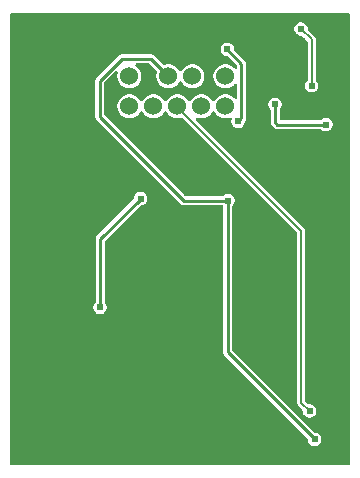
<source format=gbl>
G04 #@! TF.GenerationSoftware,KiCad,Pcbnew,9.0.1*
G04 #@! TF.CreationDate,2025-04-29T17:01:15-07:00*
G04 #@! TF.ProjectId,3bp v2.1,33627020-7632-42e3-912e-6b696361645f,rev?*
G04 #@! TF.SameCoordinates,Original*
G04 #@! TF.FileFunction,Copper,L2,Bot*
G04 #@! TF.FilePolarity,Positive*
%FSLAX46Y46*%
G04 Gerber Fmt 4.6, Leading zero omitted, Abs format (unit mm)*
G04 Created by KiCad (PCBNEW 9.0.1) date 2025-04-29 17:01:15*
%MOMM*%
%LPD*%
G01*
G04 APERTURE LIST*
G04 #@! TA.AperFunction,ComponentPad*
%ADD10C,1.524000*%
G04 #@! TD*
G04 #@! TA.AperFunction,ComponentPad*
%ADD11C,3.048000*%
G04 #@! TD*
G04 #@! TA.AperFunction,ViaPad*
%ADD12C,0.620000*%
G04 #@! TD*
G04 #@! TA.AperFunction,Conductor*
%ADD13C,0.254000*%
G04 #@! TD*
G04 #@! TA.AperFunction,Conductor*
%ADD14C,0.250000*%
G04 #@! TD*
G04 #@! TA.AperFunction,Conductor*
%ADD15C,0.178000*%
G04 #@! TD*
G04 #@! TA.AperFunction,Conductor*
%ADD16C,0.200000*%
G04 #@! TD*
G04 APERTURE END LIST*
D10*
G04 #@! TO.P,CON1,1*
G04 #@! TO.N,B-OUT*
X139949000Y-86969000D03*
G04 #@! TO.P,CON1,2*
G04 #@! TO.N,+5V*
X137917000Y-86969000D03*
G04 #@! TO.P,CON1,3*
G04 #@! TO.N,G-OUT*
X142743000Y-86969000D03*
G04 #@! TO.P,CON1,4*
G04 #@! TO.N,SYNC-75*
X140711000Y-89509000D03*
G04 #@! TO.P,CON1,5*
G04 #@! TO.N,SYNC-OUT*
X138679000Y-89509000D03*
G04 #@! TO.P,CON1,6*
G04 #@! TO.N,SM*
X134615000Y-86969000D03*
G04 #@! TO.P,CON1,7*
G04 #@! TO.N,R-OUT*
X142743000Y-89509000D03*
G04 #@! TO.P,CON1,8*
G04 #@! TO.N,SL*
X136647000Y-89509000D03*
G04 #@! TO.P,CON1,9*
G04 #@! TO.N,SR*
X134615000Y-89509000D03*
D11*
G04 #@! TO.P,CON1,10*
G04 #@! TO.N,GND*
X131440000Y-84175000D03*
X138679000Y-83413000D03*
X145918000Y-84175000D03*
G04 #@! TD*
D12*
G04 #@! TO.N,GND*
X148100000Y-87800000D03*
X150200000Y-82000000D03*
X149200000Y-84000000D03*
X147500000Y-86400000D03*
X125200000Y-83700000D03*
X146500000Y-108200000D03*
X140600000Y-108500000D03*
X149100000Y-98200000D03*
X151100000Y-101200000D03*
X145219772Y-101293652D03*
X147100000Y-101200000D03*
X129000000Y-94100000D03*
X124900000Y-99600000D03*
X129700000Y-96600000D03*
G04 #@! TO.N,SYNC-75*
X142900000Y-84700000D03*
X143800000Y-90800000D03*
G04 #@! TO.N,LPF*
X146947000Y-89360000D03*
G04 #@! TO.N,GND*
X146159000Y-104584000D03*
X133955000Y-112026000D03*
X152154000Y-92290000D03*
X137900000Y-112000000D03*
X150084000Y-104609000D03*
X147849000Y-111975000D03*
X152052000Y-104609000D03*
X145270000Y-117792000D03*
X134666000Y-117754000D03*
X148141000Y-104609000D03*
X131072000Y-117754000D03*
X133117000Y-107899000D03*
X141702000Y-117817000D03*
X148636000Y-117741000D03*
X128379000Y-105371000D03*
X129992000Y-112115000D03*
X140559000Y-96608000D03*
X140343000Y-101333000D03*
X127084000Y-100901000D03*
X138400000Y-118000000D03*
X126900000Y-112000000D03*
X134374000Y-101650000D03*
X127706000Y-117779000D03*
X142000000Y-112000000D03*
X146047000Y-88460000D03*
G04 #@! TO.N,+5V*
X135555000Y-97332000D03*
X150300000Y-117716000D03*
X132126000Y-106540000D03*
X142946000Y-97497000D03*
G04 #@! TO.N,SYNC-OUT*
X149868000Y-115328000D03*
G04 #@! TO.N,LPF*
X151247000Y-91060000D03*
G04 #@! TO.N,B-OUT*
X149147000Y-82960000D03*
X150047000Y-87770502D03*
G04 #@! TO.N,GND*
X145290321Y-111602026D03*
G04 #@! TD*
D13*
G04 #@! TO.N,+5V*
X132100000Y-87350000D02*
X133950000Y-85500000D01*
X132100000Y-90400000D02*
X132100000Y-87350000D01*
X136448000Y-85500000D02*
X137917000Y-86969000D01*
X142946000Y-97497000D02*
X139197000Y-97497000D01*
X139197000Y-97497000D02*
X132100000Y-90400000D01*
X133950000Y-85500000D02*
X136448000Y-85500000D01*
D14*
G04 #@! TO.N,SYNC-75*
X142900000Y-84700000D02*
X144100000Y-85900000D01*
X144100000Y-85900000D02*
X144100000Y-90500000D01*
X144100000Y-90500000D02*
X143800000Y-90800000D01*
D13*
G04 #@! TO.N,+5V*
X142946000Y-110362000D02*
X142946000Y-97497000D01*
X150300000Y-117716000D02*
X142946000Y-110362000D01*
X132126000Y-100761000D02*
X132126000Y-106540000D01*
X135555000Y-97332000D02*
X132126000Y-100761000D01*
D15*
G04 #@! TO.N,SYNC-OUT*
X149868000Y-115328000D02*
X149157000Y-114617000D01*
X149157000Y-100063000D02*
X138679000Y-89585000D01*
X149157000Y-114617000D02*
X149157000Y-100063000D01*
X138679000Y-89585000D02*
X138679000Y-89509000D01*
D16*
G04 #@! TO.N,B-OUT*
X150047000Y-87770502D02*
X150047000Y-83860000D01*
X150047000Y-83860000D02*
X149147000Y-82960000D01*
D14*
G04 #@! TO.N,LPF*
X146947000Y-89360000D02*
X146947000Y-90860000D01*
X146947000Y-90860000D02*
X147147000Y-91060000D01*
X147147000Y-91060000D02*
X151247000Y-91060000D01*
G04 #@! TD*
G04 #@! TA.AperFunction,Conductor*
G04 #@! TO.N,GND*
G36*
X153212621Y-81642502D02*
G01*
X153259114Y-81696158D01*
X153270500Y-81748500D01*
X153270500Y-119773500D01*
X153250498Y-119841621D01*
X153196842Y-119888114D01*
X153144500Y-119899500D01*
X124632500Y-119899500D01*
X124564379Y-119879498D01*
X124517886Y-119825842D01*
X124506500Y-119773500D01*
X124506500Y-106614316D01*
X131561499Y-106614316D01*
X131599969Y-106757886D01*
X131599972Y-106757893D01*
X131674285Y-106886607D01*
X131674293Y-106886617D01*
X131779382Y-106991706D01*
X131779387Y-106991710D01*
X131779389Y-106991712D01*
X131908111Y-107066030D01*
X132051682Y-107104500D01*
X132051684Y-107104500D01*
X132200316Y-107104500D01*
X132200318Y-107104500D01*
X132343889Y-107066030D01*
X132472611Y-106991712D01*
X132577712Y-106886611D01*
X132652030Y-106757889D01*
X132690500Y-106614318D01*
X132690500Y-106465682D01*
X132652030Y-106322111D01*
X132577712Y-106193389D01*
X132577710Y-106193387D01*
X132577706Y-106193382D01*
X132544405Y-106160081D01*
X132510379Y-106097769D01*
X132507500Y-106070986D01*
X132507500Y-100971212D01*
X132527502Y-100903091D01*
X132544405Y-100882117D01*
X135493117Y-97933405D01*
X135555429Y-97899379D01*
X135582212Y-97896500D01*
X135629316Y-97896500D01*
X135629318Y-97896500D01*
X135772889Y-97858030D01*
X135901611Y-97783712D01*
X136006712Y-97678611D01*
X136081030Y-97549889D01*
X136119500Y-97406318D01*
X136119500Y-97257682D01*
X136081030Y-97114111D01*
X136041298Y-97045293D01*
X136006714Y-96985392D01*
X136006706Y-96985382D01*
X135901617Y-96880293D01*
X135901607Y-96880285D01*
X135772893Y-96805972D01*
X135772890Y-96805971D01*
X135772889Y-96805970D01*
X135772887Y-96805969D01*
X135772886Y-96805969D01*
X135734417Y-96795661D01*
X135629318Y-96767500D01*
X135480682Y-96767500D01*
X135403744Y-96788115D01*
X135337113Y-96805969D01*
X135337106Y-96805972D01*
X135208392Y-96880285D01*
X135208382Y-96880293D01*
X135103293Y-96985382D01*
X135103285Y-96985392D01*
X135028972Y-97114106D01*
X135028969Y-97114113D01*
X134990500Y-97257683D01*
X134990500Y-97304786D01*
X134970498Y-97372907D01*
X134953595Y-97393881D01*
X131874030Y-100473445D01*
X131874028Y-100473448D01*
X131820729Y-100526746D01*
X131820721Y-100526756D01*
X131770500Y-100613741D01*
X131744500Y-100710776D01*
X131744500Y-106070986D01*
X131724498Y-106139107D01*
X131707595Y-106160081D01*
X131674293Y-106193382D01*
X131674285Y-106193392D01*
X131599972Y-106322106D01*
X131599969Y-106322113D01*
X131561500Y-106465683D01*
X131561500Y-106614316D01*
X131561499Y-106614316D01*
X124506500Y-106614316D01*
X124506500Y-90450223D01*
X131718499Y-90450223D01*
X131744498Y-90547252D01*
X131744501Y-90547259D01*
X131764624Y-90582112D01*
X131764625Y-90582113D01*
X131794723Y-90634245D01*
X131794727Y-90634251D01*
X138962746Y-97802270D01*
X138962751Y-97802274D01*
X138962753Y-97802276D01*
X139049747Y-97852502D01*
X139146775Y-97878501D01*
X139146777Y-97878501D01*
X139254943Y-97878501D01*
X139254959Y-97878500D01*
X142438500Y-97878500D01*
X142506621Y-97898502D01*
X142553114Y-97952158D01*
X142564500Y-98004500D01*
X142564500Y-110412223D01*
X142564499Y-110412223D01*
X142590500Y-110509258D01*
X142640721Y-110596243D01*
X142640729Y-110596253D01*
X149698595Y-117654117D01*
X149732621Y-117716429D01*
X149735500Y-117743212D01*
X149735500Y-117790316D01*
X149735499Y-117790316D01*
X149773969Y-117933886D01*
X149773972Y-117933893D01*
X149848285Y-118062607D01*
X149848293Y-118062617D01*
X149953382Y-118167706D01*
X149953387Y-118167710D01*
X149953389Y-118167712D01*
X150082111Y-118242030D01*
X150225682Y-118280500D01*
X150225684Y-118280500D01*
X150374316Y-118280500D01*
X150374318Y-118280500D01*
X150517889Y-118242030D01*
X150646611Y-118167712D01*
X150751712Y-118062611D01*
X150826030Y-117933889D01*
X150864500Y-117790318D01*
X150864500Y-117641682D01*
X150826030Y-117498111D01*
X150751712Y-117369389D01*
X150751710Y-117369387D01*
X150751706Y-117369382D01*
X150646617Y-117264293D01*
X150646607Y-117264285D01*
X150517893Y-117189972D01*
X150517890Y-117189971D01*
X150517889Y-117189970D01*
X150517887Y-117189969D01*
X150517886Y-117189969D01*
X150479417Y-117179661D01*
X150374318Y-117151500D01*
X150374316Y-117151500D01*
X150327212Y-117151500D01*
X150259091Y-117131498D01*
X150238117Y-117114595D01*
X143364405Y-110240882D01*
X143330379Y-110178570D01*
X143327500Y-110151787D01*
X143327500Y-97966013D01*
X143347502Y-97897892D01*
X143364401Y-97876921D01*
X143397712Y-97843611D01*
X143472030Y-97714889D01*
X143510500Y-97571318D01*
X143510500Y-97422682D01*
X143472030Y-97279111D01*
X143397712Y-97150389D01*
X143397710Y-97150387D01*
X143397706Y-97150382D01*
X143292617Y-97045293D01*
X143292607Y-97045285D01*
X143163893Y-96970972D01*
X143163890Y-96970971D01*
X143163889Y-96970970D01*
X143163887Y-96970969D01*
X143163886Y-96970969D01*
X143125417Y-96960661D01*
X143020318Y-96932500D01*
X142871682Y-96932500D01*
X142794744Y-96953115D01*
X142728113Y-96970969D01*
X142728106Y-96970972D01*
X142599392Y-97045285D01*
X142599387Y-97045289D01*
X142582735Y-97061941D01*
X142566081Y-97078595D01*
X142503772Y-97112620D01*
X142476987Y-97115500D01*
X139407213Y-97115500D01*
X139339092Y-97095498D01*
X139318118Y-97078595D01*
X132518405Y-90278882D01*
X132484379Y-90216570D01*
X132481500Y-90189787D01*
X132481500Y-89408880D01*
X133598500Y-89408880D01*
X133598500Y-89609119D01*
X133617892Y-89706607D01*
X133637564Y-89805502D01*
X133714190Y-89990493D01*
X133718009Y-89996208D01*
X133825434Y-90156982D01*
X133825439Y-90156988D01*
X133967011Y-90298560D01*
X133967017Y-90298565D01*
X133967019Y-90298567D01*
X134133507Y-90409810D01*
X134318498Y-90486436D01*
X134514884Y-90525500D01*
X134715116Y-90525500D01*
X134911502Y-90486436D01*
X135096493Y-90409810D01*
X135262981Y-90298567D01*
X135404567Y-90156981D01*
X135515810Y-89990493D01*
X135515811Y-89990488D01*
X135518729Y-89985032D01*
X135520571Y-89986017D01*
X135559131Y-89938160D01*
X135626492Y-89915734D01*
X135695285Y-89933286D01*
X135743668Y-89985244D01*
X135745331Y-89988886D01*
X135746189Y-89990492D01*
X135857434Y-90156982D01*
X135857439Y-90156988D01*
X135999011Y-90298560D01*
X135999017Y-90298565D01*
X135999019Y-90298567D01*
X136165507Y-90409810D01*
X136350498Y-90486436D01*
X136546884Y-90525500D01*
X136747116Y-90525500D01*
X136943502Y-90486436D01*
X137128493Y-90409810D01*
X137294981Y-90298567D01*
X137436567Y-90156981D01*
X137547810Y-89990493D01*
X137547811Y-89990488D01*
X137550729Y-89985032D01*
X137552571Y-89986017D01*
X137591131Y-89938160D01*
X137658492Y-89915734D01*
X137727285Y-89933286D01*
X137775668Y-89985244D01*
X137777331Y-89988886D01*
X137778189Y-89990492D01*
X137889434Y-90156982D01*
X137889439Y-90156988D01*
X138031011Y-90298560D01*
X138031017Y-90298565D01*
X138031019Y-90298567D01*
X138197507Y-90409810D01*
X138382498Y-90486436D01*
X138578884Y-90525500D01*
X138779116Y-90525500D01*
X138975502Y-90486436D01*
X138981972Y-90483756D01*
X139052561Y-90476166D01*
X139116049Y-90507944D01*
X139119286Y-90511069D01*
X148776595Y-100168377D01*
X148810621Y-100230689D01*
X148813500Y-100257472D01*
X148813500Y-114571778D01*
X148813500Y-114662222D01*
X148829106Y-114720464D01*
X148836909Y-114749587D01*
X148844942Y-114763500D01*
X148882131Y-114827914D01*
X149266596Y-115212379D01*
X149300620Y-115274690D01*
X149303500Y-115301473D01*
X149303500Y-115402316D01*
X149303499Y-115402316D01*
X149341969Y-115545886D01*
X149341972Y-115545893D01*
X149416285Y-115674607D01*
X149416293Y-115674617D01*
X149521382Y-115779706D01*
X149521387Y-115779710D01*
X149521389Y-115779712D01*
X149650111Y-115854030D01*
X149793682Y-115892500D01*
X149793684Y-115892500D01*
X149942316Y-115892500D01*
X149942318Y-115892500D01*
X150085889Y-115854030D01*
X150214611Y-115779712D01*
X150319712Y-115674611D01*
X150394030Y-115545889D01*
X150432500Y-115402318D01*
X150432500Y-115253682D01*
X150394030Y-115110111D01*
X150319712Y-114981389D01*
X150319710Y-114981387D01*
X150319706Y-114981382D01*
X150214617Y-114876293D01*
X150214607Y-114876285D01*
X150085893Y-114801972D01*
X150085890Y-114801971D01*
X150085889Y-114801970D01*
X150085887Y-114801969D01*
X150085886Y-114801969D01*
X150047417Y-114791661D01*
X149942318Y-114763500D01*
X149841473Y-114763500D01*
X149773352Y-114743498D01*
X149752378Y-114726595D01*
X149537405Y-114511622D01*
X149503379Y-114449310D01*
X149500500Y-114422527D01*
X149500500Y-100017778D01*
X149500500Y-100017777D01*
X149477091Y-99930414D01*
X149431868Y-99852086D01*
X149367914Y-99788132D01*
X140267860Y-90688077D01*
X140233834Y-90625765D01*
X140238899Y-90554950D01*
X140281446Y-90498114D01*
X140347966Y-90473303D01*
X140405176Y-90482574D01*
X140414498Y-90486436D01*
X140610884Y-90525500D01*
X140811116Y-90525500D01*
X141007502Y-90486436D01*
X141192493Y-90409810D01*
X141358981Y-90298567D01*
X141500567Y-90156981D01*
X141611810Y-89990493D01*
X141611811Y-89990488D01*
X141614729Y-89985032D01*
X141616571Y-89986017D01*
X141655131Y-89938160D01*
X141722492Y-89915734D01*
X141791285Y-89933286D01*
X141839668Y-89985244D01*
X141841331Y-89988886D01*
X141842189Y-89990492D01*
X141953434Y-90156982D01*
X141953439Y-90156988D01*
X142095011Y-90298560D01*
X142095017Y-90298565D01*
X142095019Y-90298567D01*
X142261507Y-90409810D01*
X142446498Y-90486436D01*
X142642884Y-90525500D01*
X142843116Y-90525500D01*
X143039502Y-90486436D01*
X143039508Y-90486433D01*
X143039510Y-90486433D01*
X143096024Y-90463024D01*
X143166614Y-90455434D01*
X143230101Y-90487213D01*
X143266329Y-90548271D01*
X143265950Y-90612041D01*
X143238796Y-90713382D01*
X143235500Y-90725683D01*
X143235500Y-90874316D01*
X143235499Y-90874316D01*
X143273969Y-91017886D01*
X143273972Y-91017893D01*
X143348285Y-91146607D01*
X143348293Y-91146617D01*
X143453382Y-91251706D01*
X143453387Y-91251710D01*
X143453389Y-91251712D01*
X143453390Y-91251713D01*
X143453392Y-91251714D01*
X143543869Y-91303950D01*
X143582111Y-91326030D01*
X143725682Y-91364500D01*
X143725684Y-91364500D01*
X143874316Y-91364500D01*
X143874318Y-91364500D01*
X144017889Y-91326030D01*
X144146611Y-91251712D01*
X144251712Y-91146611D01*
X144326030Y-91017889D01*
X144364500Y-90874318D01*
X144364500Y-90824385D01*
X144377216Y-90769224D01*
X144386464Y-90750230D01*
X144403676Y-90733019D01*
X144453638Y-90646482D01*
X144470886Y-90582111D01*
X144479501Y-90549962D01*
X144479501Y-90450038D01*
X144479501Y-90442321D01*
X144479500Y-90442303D01*
X144479500Y-89434316D01*
X146382499Y-89434316D01*
X146420969Y-89577886D01*
X146420972Y-89577893D01*
X146495285Y-89706607D01*
X146495287Y-89706610D01*
X146495288Y-89706611D01*
X146530595Y-89741918D01*
X146564620Y-89804228D01*
X146567500Y-89831013D01*
X146567500Y-90810034D01*
X146567499Y-90810038D01*
X146567499Y-90909962D01*
X146577285Y-90946481D01*
X146580264Y-90957600D01*
X146580265Y-90957607D01*
X146593362Y-91006483D01*
X146643321Y-91093015D01*
X146643329Y-91093025D01*
X146721156Y-91170852D01*
X146721170Y-91170864D01*
X146838913Y-91288607D01*
X146838934Y-91288630D01*
X146913974Y-91363670D01*
X146913979Y-91363674D01*
X146913981Y-91363676D01*
X146913982Y-91363677D01*
X146913984Y-91363678D01*
X147000514Y-91413636D01*
X147000518Y-91413638D01*
X147020915Y-91419103D01*
X147097038Y-91439501D01*
X147196962Y-91439501D01*
X147196966Y-91439500D01*
X150775987Y-91439500D01*
X150844108Y-91459502D01*
X150865078Y-91476401D01*
X150900389Y-91511712D01*
X151029111Y-91586030D01*
X151172682Y-91624500D01*
X151172684Y-91624500D01*
X151321316Y-91624500D01*
X151321318Y-91624500D01*
X151464889Y-91586030D01*
X151593611Y-91511712D01*
X151698712Y-91406611D01*
X151773030Y-91277889D01*
X151811500Y-91134318D01*
X151811500Y-90985682D01*
X151773030Y-90842111D01*
X151732664Y-90772195D01*
X151698714Y-90713392D01*
X151698706Y-90713382D01*
X151593617Y-90608293D01*
X151593607Y-90608285D01*
X151464893Y-90533972D01*
X151464890Y-90533971D01*
X151464889Y-90533970D01*
X151464887Y-90533969D01*
X151464886Y-90533969D01*
X151426417Y-90523661D01*
X151321318Y-90495500D01*
X151172682Y-90495500D01*
X151095744Y-90516115D01*
X151029113Y-90533969D01*
X151029106Y-90533972D01*
X150900392Y-90608285D01*
X150900387Y-90608289D01*
X150882912Y-90625765D01*
X150865081Y-90643595D01*
X150802772Y-90677620D01*
X150775987Y-90680500D01*
X147452500Y-90680500D01*
X147384379Y-90660498D01*
X147337886Y-90606842D01*
X147326500Y-90554500D01*
X147326500Y-89831013D01*
X147346502Y-89762892D01*
X147363401Y-89741921D01*
X147398712Y-89706611D01*
X147473030Y-89577889D01*
X147511500Y-89434318D01*
X147511500Y-89285682D01*
X147473030Y-89142111D01*
X147450025Y-89102266D01*
X147398714Y-89013392D01*
X147398706Y-89013382D01*
X147293617Y-88908293D01*
X147293607Y-88908285D01*
X147164893Y-88833972D01*
X147164890Y-88833971D01*
X147164889Y-88833970D01*
X147164887Y-88833969D01*
X147164886Y-88833969D01*
X147126417Y-88823661D01*
X147021318Y-88795500D01*
X146872682Y-88795500D01*
X146807812Y-88812882D01*
X146729113Y-88833969D01*
X146729106Y-88833972D01*
X146600392Y-88908285D01*
X146600382Y-88908293D01*
X146495293Y-89013382D01*
X146495285Y-89013392D01*
X146420972Y-89142106D01*
X146420969Y-89142113D01*
X146382500Y-89285683D01*
X146382500Y-89434316D01*
X146382499Y-89434316D01*
X144479500Y-89434316D01*
X144479500Y-85850039D01*
X144479500Y-85850038D01*
X144453638Y-85753518D01*
X144453636Y-85753515D01*
X144453636Y-85753513D01*
X144403678Y-85666984D01*
X144403670Y-85666974D01*
X144328630Y-85591934D01*
X144328607Y-85591913D01*
X143501405Y-84764711D01*
X143467379Y-84702399D01*
X143464500Y-84675616D01*
X143464500Y-84625683D01*
X143464500Y-84625682D01*
X143426030Y-84482111D01*
X143351712Y-84353389D01*
X143351710Y-84353387D01*
X143351706Y-84353382D01*
X143246617Y-84248293D01*
X143246607Y-84248285D01*
X143117893Y-84173972D01*
X143117890Y-84173971D01*
X143117889Y-84173970D01*
X143117887Y-84173969D01*
X143117886Y-84173969D01*
X143079417Y-84163661D01*
X142974318Y-84135500D01*
X142825682Y-84135500D01*
X142748744Y-84156115D01*
X142682113Y-84173969D01*
X142682106Y-84173972D01*
X142553392Y-84248285D01*
X142553382Y-84248293D01*
X142448293Y-84353382D01*
X142448285Y-84353392D01*
X142373972Y-84482106D01*
X142373969Y-84482113D01*
X142335500Y-84625683D01*
X142335500Y-84774316D01*
X142335499Y-84774316D01*
X142373969Y-84917886D01*
X142373972Y-84917893D01*
X142448285Y-85046607D01*
X142448293Y-85046617D01*
X142553382Y-85151706D01*
X142553387Y-85151710D01*
X142553389Y-85151712D01*
X142682111Y-85226030D01*
X142825682Y-85264500D01*
X142875616Y-85264500D01*
X142943737Y-85284502D01*
X142964711Y-85301405D01*
X143683595Y-86020289D01*
X143698539Y-86047657D01*
X143715396Y-86073886D01*
X143716301Y-86080184D01*
X143717621Y-86082601D01*
X143720500Y-86109384D01*
X143720500Y-86204761D01*
X143700498Y-86272882D01*
X143646842Y-86319375D01*
X143576568Y-86329479D01*
X143511988Y-86299985D01*
X143505405Y-86293856D01*
X143390988Y-86179439D01*
X143390982Y-86179434D01*
X143290456Y-86112265D01*
X143224493Y-86068190D01*
X143061713Y-86000764D01*
X143039505Y-85991565D01*
X143039502Y-85991564D01*
X142843119Y-85952500D01*
X142843116Y-85952500D01*
X142642884Y-85952500D01*
X142642880Y-85952500D01*
X142446497Y-85991564D01*
X142446494Y-85991565D01*
X142261507Y-86068190D01*
X142095017Y-86179434D01*
X142095011Y-86179439D01*
X141953439Y-86321011D01*
X141953434Y-86321017D01*
X141842190Y-86487507D01*
X141765565Y-86672494D01*
X141765564Y-86672497D01*
X141726500Y-86868880D01*
X141726500Y-87069119D01*
X141735777Y-87115756D01*
X141765564Y-87265502D01*
X141842190Y-87450493D01*
X141952232Y-87615183D01*
X141953434Y-87616982D01*
X141953439Y-87616988D01*
X142095011Y-87758560D01*
X142095017Y-87758565D01*
X142095019Y-87758567D01*
X142261507Y-87869810D01*
X142446498Y-87946436D01*
X142642884Y-87985500D01*
X142843116Y-87985500D01*
X143039502Y-87946436D01*
X143224493Y-87869810D01*
X143390981Y-87758567D01*
X143425298Y-87724250D01*
X143505405Y-87644144D01*
X143567717Y-87610118D01*
X143638532Y-87615183D01*
X143695368Y-87657730D01*
X143720179Y-87724250D01*
X143720500Y-87733239D01*
X143720500Y-88744761D01*
X143700498Y-88812882D01*
X143646842Y-88859375D01*
X143576568Y-88869479D01*
X143511988Y-88839985D01*
X143505405Y-88833856D01*
X143390988Y-88719439D01*
X143390982Y-88719434D01*
X143390981Y-88719433D01*
X143224493Y-88608190D01*
X143107839Y-88559870D01*
X143039505Y-88531565D01*
X143039502Y-88531564D01*
X142843119Y-88492500D01*
X142843116Y-88492500D01*
X142642884Y-88492500D01*
X142642880Y-88492500D01*
X142446497Y-88531564D01*
X142446494Y-88531565D01*
X142261507Y-88608190D01*
X142095017Y-88719434D01*
X142095011Y-88719439D01*
X141953439Y-88861011D01*
X141953434Y-88861017D01*
X141842189Y-89027507D01*
X141839271Y-89032968D01*
X141837430Y-89031984D01*
X141798856Y-89079848D01*
X141731492Y-89102266D01*
X141662701Y-89084705D01*
X141614325Y-89032741D01*
X141612666Y-89029110D01*
X141611810Y-89027507D01*
X141532154Y-88908293D01*
X141500567Y-88861019D01*
X141500565Y-88861017D01*
X141500560Y-88861011D01*
X141358988Y-88719439D01*
X141358982Y-88719434D01*
X141358981Y-88719433D01*
X141192493Y-88608190D01*
X141075839Y-88559870D01*
X141007505Y-88531565D01*
X141007502Y-88531564D01*
X140811119Y-88492500D01*
X140811116Y-88492500D01*
X140610884Y-88492500D01*
X140610880Y-88492500D01*
X140414497Y-88531564D01*
X140414494Y-88531565D01*
X140229507Y-88608190D01*
X140063017Y-88719434D01*
X140063011Y-88719439D01*
X139921439Y-88861011D01*
X139921434Y-88861017D01*
X139810189Y-89027507D01*
X139807271Y-89032968D01*
X139805430Y-89031984D01*
X139766856Y-89079848D01*
X139699492Y-89102266D01*
X139630701Y-89084705D01*
X139582325Y-89032741D01*
X139580666Y-89029110D01*
X139579810Y-89027507D01*
X139500154Y-88908293D01*
X139468567Y-88861019D01*
X139468565Y-88861017D01*
X139468560Y-88861011D01*
X139326988Y-88719439D01*
X139326982Y-88719434D01*
X139326981Y-88719433D01*
X139160493Y-88608190D01*
X139043839Y-88559870D01*
X138975505Y-88531565D01*
X138975502Y-88531564D01*
X138779119Y-88492500D01*
X138779116Y-88492500D01*
X138578884Y-88492500D01*
X138578880Y-88492500D01*
X138382497Y-88531564D01*
X138382494Y-88531565D01*
X138197507Y-88608190D01*
X138031017Y-88719434D01*
X138031011Y-88719439D01*
X137889439Y-88861011D01*
X137889434Y-88861017D01*
X137778189Y-89027507D01*
X137775271Y-89032968D01*
X137773430Y-89031984D01*
X137734856Y-89079848D01*
X137667492Y-89102266D01*
X137598701Y-89084705D01*
X137550325Y-89032741D01*
X137548666Y-89029110D01*
X137547810Y-89027507D01*
X137468154Y-88908293D01*
X137436567Y-88861019D01*
X137436565Y-88861017D01*
X137436560Y-88861011D01*
X137294988Y-88719439D01*
X137294982Y-88719434D01*
X137294981Y-88719433D01*
X137128493Y-88608190D01*
X137011839Y-88559870D01*
X136943505Y-88531565D01*
X136943502Y-88531564D01*
X136747119Y-88492500D01*
X136747116Y-88492500D01*
X136546884Y-88492500D01*
X136546880Y-88492500D01*
X136350497Y-88531564D01*
X136350494Y-88531565D01*
X136165507Y-88608190D01*
X135999017Y-88719434D01*
X135999011Y-88719439D01*
X135857439Y-88861011D01*
X135857434Y-88861017D01*
X135746189Y-89027507D01*
X135743271Y-89032968D01*
X135741430Y-89031984D01*
X135702856Y-89079848D01*
X135635492Y-89102266D01*
X135566701Y-89084705D01*
X135518325Y-89032741D01*
X135516666Y-89029110D01*
X135515810Y-89027507D01*
X135436154Y-88908293D01*
X135404567Y-88861019D01*
X135404565Y-88861017D01*
X135404560Y-88861011D01*
X135262988Y-88719439D01*
X135262982Y-88719434D01*
X135262981Y-88719433D01*
X135096493Y-88608190D01*
X134979839Y-88559870D01*
X134911505Y-88531565D01*
X134911502Y-88531564D01*
X134715119Y-88492500D01*
X134715116Y-88492500D01*
X134514884Y-88492500D01*
X134514880Y-88492500D01*
X134318497Y-88531564D01*
X134318494Y-88531565D01*
X134133507Y-88608190D01*
X133967017Y-88719434D01*
X133967011Y-88719439D01*
X133825439Y-88861011D01*
X133825434Y-88861017D01*
X133714190Y-89027507D01*
X133637565Y-89212494D01*
X133637564Y-89212497D01*
X133598500Y-89408880D01*
X132481500Y-89408880D01*
X132481500Y-87560213D01*
X132501502Y-87492092D01*
X132518399Y-87471123D01*
X133423450Y-86566072D01*
X133485759Y-86532050D01*
X133556574Y-86537114D01*
X133613410Y-86579661D01*
X133638221Y-86646181D01*
X133636121Y-86679752D01*
X133598500Y-86868880D01*
X133598500Y-87069119D01*
X133607777Y-87115756D01*
X133637564Y-87265502D01*
X133714190Y-87450493D01*
X133824232Y-87615183D01*
X133825434Y-87616982D01*
X133825439Y-87616988D01*
X133967011Y-87758560D01*
X133967017Y-87758565D01*
X133967019Y-87758567D01*
X134133507Y-87869810D01*
X134318498Y-87946436D01*
X134514884Y-87985500D01*
X134715116Y-87985500D01*
X134911502Y-87946436D01*
X135096493Y-87869810D01*
X135262981Y-87758567D01*
X135404567Y-87616981D01*
X135515810Y-87450493D01*
X135592436Y-87265502D01*
X135631500Y-87069116D01*
X135631500Y-86868884D01*
X135592436Y-86672498D01*
X135515810Y-86487507D01*
X135404567Y-86321019D01*
X135404565Y-86321017D01*
X135404560Y-86321011D01*
X135262988Y-86179439D01*
X135262982Y-86179434D01*
X135162456Y-86112265D01*
X135116928Y-86057788D01*
X135108080Y-85987345D01*
X135138721Y-85923301D01*
X135199123Y-85885990D01*
X135232458Y-85881500D01*
X136237787Y-85881500D01*
X136305908Y-85901502D01*
X136326882Y-85918405D01*
X136921450Y-86512973D01*
X136955476Y-86575285D01*
X136950411Y-86646100D01*
X136948764Y-86650285D01*
X136939567Y-86672487D01*
X136939564Y-86672497D01*
X136900500Y-86868880D01*
X136900500Y-87069119D01*
X136909777Y-87115756D01*
X136939564Y-87265502D01*
X137016190Y-87450493D01*
X137126232Y-87615183D01*
X137127434Y-87616982D01*
X137127439Y-87616988D01*
X137269011Y-87758560D01*
X137269017Y-87758565D01*
X137269019Y-87758567D01*
X137435507Y-87869810D01*
X137620498Y-87946436D01*
X137816884Y-87985500D01*
X138017116Y-87985500D01*
X138213502Y-87946436D01*
X138398493Y-87869810D01*
X138564981Y-87758567D01*
X138706567Y-87616981D01*
X138817810Y-87450493D01*
X138817811Y-87450488D01*
X138820729Y-87445032D01*
X138822571Y-87446017D01*
X138861131Y-87398160D01*
X138928492Y-87375734D01*
X138997285Y-87393286D01*
X139045668Y-87445244D01*
X139047331Y-87448886D01*
X139048189Y-87450492D01*
X139048190Y-87450493D01*
X139154847Y-87610118D01*
X139159434Y-87616982D01*
X139159439Y-87616988D01*
X139301011Y-87758560D01*
X139301017Y-87758565D01*
X139301019Y-87758567D01*
X139467507Y-87869810D01*
X139652498Y-87946436D01*
X139848884Y-87985500D01*
X140049116Y-87985500D01*
X140245502Y-87946436D01*
X140430493Y-87869810D01*
X140596981Y-87758567D01*
X140738567Y-87616981D01*
X140849810Y-87450493D01*
X140926436Y-87265502D01*
X140965500Y-87069116D01*
X140965500Y-86868884D01*
X140926436Y-86672498D01*
X140849810Y-86487507D01*
X140738567Y-86321019D01*
X140738565Y-86321017D01*
X140738560Y-86321011D01*
X140596988Y-86179439D01*
X140596982Y-86179434D01*
X140496456Y-86112265D01*
X140430493Y-86068190D01*
X140267713Y-86000764D01*
X140245505Y-85991565D01*
X140245502Y-85991564D01*
X140049119Y-85952500D01*
X140049116Y-85952500D01*
X139848884Y-85952500D01*
X139848880Y-85952500D01*
X139652497Y-85991564D01*
X139652494Y-85991565D01*
X139467507Y-86068190D01*
X139301017Y-86179434D01*
X139301011Y-86179439D01*
X139159439Y-86321011D01*
X139159434Y-86321017D01*
X139048189Y-86487507D01*
X139045271Y-86492968D01*
X139043430Y-86491984D01*
X139004856Y-86539848D01*
X138937492Y-86562266D01*
X138868701Y-86544705D01*
X138820325Y-86492741D01*
X138818666Y-86489110D01*
X138817810Y-86487507D01*
X138706567Y-86321019D01*
X138706565Y-86321017D01*
X138706560Y-86321011D01*
X138564988Y-86179439D01*
X138564982Y-86179434D01*
X138464456Y-86112265D01*
X138398493Y-86068190D01*
X138235713Y-86000764D01*
X138213505Y-85991565D01*
X138213502Y-85991564D01*
X138017119Y-85952500D01*
X138017116Y-85952500D01*
X137816884Y-85952500D01*
X137816880Y-85952500D01*
X137620497Y-85991564D01*
X137620487Y-85991567D01*
X137598285Y-86000764D01*
X137527695Y-86008353D01*
X137464208Y-85976573D01*
X137461000Y-85973477D01*
X136682247Y-85194724D01*
X136682245Y-85194723D01*
X136682243Y-85194721D01*
X136607746Y-85151711D01*
X136595259Y-85144501D01*
X136595252Y-85144498D01*
X136550221Y-85132432D01*
X136498225Y-85118500D01*
X133899775Y-85118500D01*
X133858767Y-85129488D01*
X133802747Y-85144498D01*
X133802740Y-85144501D01*
X133790254Y-85151711D01*
X133715756Y-85194721D01*
X133715746Y-85194729D01*
X132264377Y-86646100D01*
X131865753Y-87044724D01*
X131841361Y-87069116D01*
X131794725Y-87115751D01*
X131794721Y-87115756D01*
X131744500Y-87202741D01*
X131744499Y-87202746D01*
X131727684Y-87265502D01*
X131718500Y-87299776D01*
X131718500Y-90450223D01*
X131718499Y-90450223D01*
X124506500Y-90450223D01*
X124506500Y-83034316D01*
X148582499Y-83034316D01*
X148620969Y-83177886D01*
X148620972Y-83177893D01*
X148695285Y-83306607D01*
X148695293Y-83306617D01*
X148800382Y-83411706D01*
X148800387Y-83411710D01*
X148800389Y-83411712D01*
X148929111Y-83486030D01*
X149072682Y-83524500D01*
X149157971Y-83524500D01*
X149226092Y-83544502D01*
X149247066Y-83561405D01*
X149655595Y-83969934D01*
X149689621Y-84032246D01*
X149692500Y-84059029D01*
X149692500Y-87274488D01*
X149672498Y-87342609D01*
X149655595Y-87363583D01*
X149595293Y-87423884D01*
X149595285Y-87423894D01*
X149520972Y-87552608D01*
X149520969Y-87552615D01*
X149482500Y-87696185D01*
X149482500Y-87844818D01*
X149482499Y-87844818D01*
X149520969Y-87988388D01*
X149520972Y-87988395D01*
X149595285Y-88117109D01*
X149595293Y-88117119D01*
X149700382Y-88222208D01*
X149700387Y-88222212D01*
X149700389Y-88222214D01*
X149829111Y-88296532D01*
X149972682Y-88335002D01*
X149972684Y-88335002D01*
X150121316Y-88335002D01*
X150121318Y-88335002D01*
X150264889Y-88296532D01*
X150393611Y-88222214D01*
X150498712Y-88117113D01*
X150573030Y-87988391D01*
X150611500Y-87844820D01*
X150611500Y-87696184D01*
X150573030Y-87552613D01*
X150498712Y-87423891D01*
X150498710Y-87423889D01*
X150498706Y-87423884D01*
X150438405Y-87363583D01*
X150404379Y-87301271D01*
X150401500Y-87274488D01*
X150401500Y-83813329D01*
X150401499Y-83813325D01*
X150377340Y-83723166D01*
X150330673Y-83642335D01*
X150330669Y-83642330D01*
X150264668Y-83576329D01*
X149748405Y-83060066D01*
X149714379Y-82997754D01*
X149711500Y-82970971D01*
X149711500Y-82885683D01*
X149711500Y-82885682D01*
X149673030Y-82742111D01*
X149598712Y-82613389D01*
X149598710Y-82613387D01*
X149598706Y-82613382D01*
X149493617Y-82508293D01*
X149493607Y-82508285D01*
X149364893Y-82433972D01*
X149364890Y-82433971D01*
X149364889Y-82433970D01*
X149364887Y-82433969D01*
X149364886Y-82433969D01*
X149326417Y-82423661D01*
X149221318Y-82395500D01*
X149072682Y-82395500D01*
X148995744Y-82416115D01*
X148929113Y-82433969D01*
X148929106Y-82433972D01*
X148800392Y-82508285D01*
X148800382Y-82508293D01*
X148695293Y-82613382D01*
X148695285Y-82613392D01*
X148620972Y-82742106D01*
X148620969Y-82742113D01*
X148582500Y-82885683D01*
X148582500Y-83034316D01*
X148582499Y-83034316D01*
X124506500Y-83034316D01*
X124506500Y-81748500D01*
X124526502Y-81680379D01*
X124580158Y-81633886D01*
X124632500Y-81622500D01*
X153144500Y-81622500D01*
X153212621Y-81642502D01*
G37*
G04 #@! TD.AperFunction*
G04 #@! TD*
M02*

</source>
